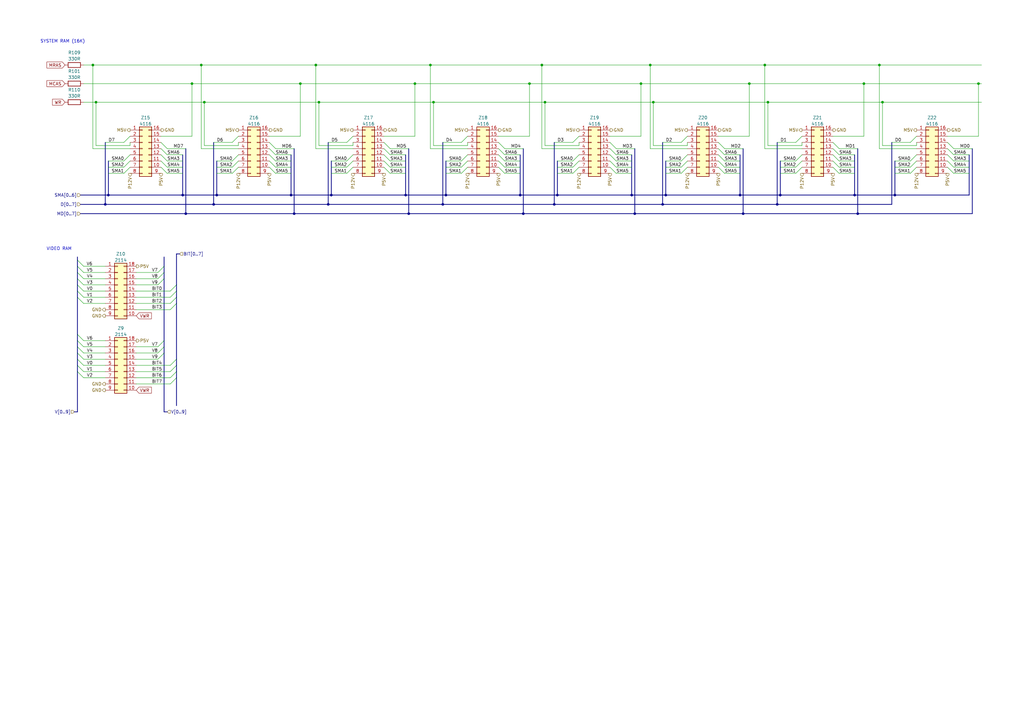
<source format=kicad_sch>
(kicad_sch (version 20221004) (generator eeschema)
  (paper "A3")
  (lib_symbols
    (symbol "Connector_Generic:Conn_02x08_Counter_Clockwise" (pin_names (offset 1.016) hide)
      (property "Reference" "J" (at 1.27 10.16 0))
      (property "Value" "Conn_02x08_Counter_Clockwise" (at 1.27 -12.7 0))
      (symbol "Conn_02x08_Counter_Clockwise_1_1"
        (rectangle (start -1.27 -10.033) (end 0 -10.287) (stroke (width 0.1524)))
        (rectangle (start -1.27 -7.493) (end 0 -7.747) (stroke (width 0.1524)))
        (rectangle (start -1.27 -4.953) (end 0 -5.207) (stroke (width 0.1524)))
        (rectangle (start -1.27 -2.413) (end 0 -2.667) (stroke (width 0.1524)))
        (rectangle (start -1.27 0.127) (end 0 -0.127) (stroke (width 0.1524)))
        (rectangle (start -1.27 2.667) (end 0 2.413) (stroke (width 0.1524)))
        (rectangle (start -1.27 5.207) (end 0 4.953) (stroke (width 0.1524)))
        (rectangle (start -1.27 7.747) (end 0 7.493) (stroke (width 0.1524)))
        (rectangle (start -1.27 8.89) (end 3.81 -11.43) (stroke (width 0.254)) (fill (type background)))
        (rectangle (start 3.81 -10.033) (end 2.54 -10.287) (stroke (width 0.1524)))
        (rectangle (start 3.81 -7.493) (end 2.54 -7.747) (stroke (width 0.1524)))
        (rectangle (start 3.81 -4.953) (end 2.54 -5.207) (stroke (width 0.1524)))
        (rectangle (start 3.81 -2.413) (end 2.54 -2.667) (stroke (width 0.1524)))
        (rectangle (start 3.81 0.127) (end 2.54 -0.127) (stroke (width 0.1524)))
        (rectangle (start 3.81 2.667) (end 2.54 2.413) (stroke (width 0.1524)))
        (rectangle (start 3.81 5.207) (end 2.54 4.953) (stroke (width 0.1524)))
        (rectangle (start 3.81 7.747) (end 2.54 7.493) (stroke (width 0.1524)))
        (pin passive line (at -5.08 7.62 0) (length 3.81) (name "Pin_1") (number "1"))
        (pin passive line (at 7.62 -7.62 180) (length 3.81) (name "Pin_10") (number "10"))
        (pin passive line (at 7.62 -5.08 180) (length 3.81) (name "Pin_11") (number "11"))
        (pin passive line (at 7.62 -2.54 180) (length 3.81) (name "Pin_12") (number "12"))
        (pin passive line (at 7.62 0 180) (length 3.81) (name "Pin_13") (number "13"))
        (pin passive line (at 7.62 2.54 180) (length 3.81) (name "Pin_14") (number "14"))
        (pin passive line (at 7.62 5.08 180) (length 3.81) (name "Pin_15") (number "15"))
        (pin passive line (at 7.62 7.62 180) (length 3.81) (name "Pin_16") (number "16"))
        (pin passive line (at -5.08 5.08 0) (length 3.81) (name "Pin_2") (number "2"))
        (pin passive line (at -5.08 2.54 0) (length 3.81) (name "Pin_3") (number "3"))
        (pin passive line (at -5.08 0 0) (length 3.81) (name "Pin_4") (number "4"))
        (pin passive line (at -5.08 -2.54 0) (length 3.81) (name "Pin_5") (number "5"))
        (pin passive line (at -5.08 -5.08 0) (length 3.81) (name "Pin_6") (number "6"))
        (pin passive line (at -5.08 -7.62 0) (length 3.81) (name "Pin_7") (number "7"))
        (pin passive line (at -5.08 -10.16 0) (length 3.81) (name "Pin_8") (number "8"))
        (pin passive line (at 7.62 -10.16 180) (length 3.81) (name "Pin_9") (number "9"))
      )
    )
    (symbol "Connector_Generic:Conn_02x09_Counter_Clockwise" (pin_names (offset 1.016) hide)
      (property "Reference" "J" (at 1.27 12.7 0))
      (property "Value" "Conn_02x09_Counter_Clockwise" (at 1.27 -12.7 0))
      (symbol "Conn_02x09_Counter_Clockwise_1_1"
        (rectangle (start -1.27 -10.033) (end 0 -10.287) (stroke (width 0.1524)))
        (rectangle (start -1.27 -7.493) (end 0 -7.747) (stroke (width 0.1524)))
        (rectangle (start -1.27 -4.953) (end 0 -5.207) (stroke (width 0.1524)))
        (rectangle (start -1.27 -2.413) (end 0 -2.667) (stroke (width 0.1524)))
        (rectangle (start -1.27 0.127) (end 0 -0.127) (stroke (width 0.1524)))
        (rectangle (start -1.27 2.667) (end 0 2.413) (stroke (width 0.1524)))
        (rectangle (start -1.27 5.207) (end 0 4.953) (stroke (width 0.1524)))
        (rectangle (start -1.27 7.747) (end 0 7.493) (stroke (width 0.1524)))
        (rectangle (start -1.27 10.287) (end 0 10.033) (stroke (width 0.1524)))
        (rectangle (start -1.27 11.43) (end 3.81 -11.43) (stroke (width 0.254)) (fill (type background)))
        (rectangle (start 3.81 -10.033) (end 2.54 -10.287) (stroke (width 0.1524)))
        (rectangle (start 3.81 -7.493) (end 2.54 -7.747) (stroke (width 0.1524)))
        (rectangle (start 3.81 -4.953) (end 2.54 -5.207) (stroke (width 0.1524)))
        (rectangle (start 3.81 -2.413) (end 2.54 -2.667) (stroke (width 0.1524)))
        (rectangle (start 3.81 0.127) (end 2.54 -0.127) (stroke (width 0.1524)))
        (rectangle (start 3.81 2.667) (end 2.54 2.413) (stroke (width 0.1524)))
        (rectangle (start 3.81 5.207) (end 2.54 4.953) (stroke (width 0.1524)))
        (rectangle (start 3.81 7.747) (end 2.54 7.493) (stroke (width 0.1524)))
        (rectangle (start 3.81 10.287) (end 2.54 10.033) (stroke (width 0.1524)))
        (pin passive line (at -5.08 10.16 0) (length 3.81) (name "Pin_1") (number "1"))
        (pin passive line (at 7.62 -10.16 180) (length 3.81) (name "Pin_10") (number "10"))
        (pin passive line (at 7.62 -7.62 180) (length 3.81) (name "Pin_11") (number "11"))
        (pin passive line (at 7.62 -5.08 180) (length 3.81) (name "Pin_12") (number "12"))
        (pin passive line (at 7.62 -2.54 180) (length 3.81) (name "Pin_13") (number "13"))
        (pin passive line (at 7.62 0 180) (length 3.81) (name "Pin_14") (number "14"))
        (pin passive line (at 7.62 2.54 180) (length 3.81) (name "Pin_15") (number "15"))
        (pin passive line (at 7.62 5.08 180) (length 3.81) (name "Pin_16") (number "16"))
        (pin passive line (at 7.62 7.62 180) (length 3.81) (name "Pin_17") (number "17"))
        (pin passive line (at 7.62 10.16 180) (length 3.81) (name "Pin_18") (number "18"))
        (pin passive line (at -5.08 7.62 0) (length 3.81) (name "Pin_2") (number "2"))
        (pin passive line (at -5.08 5.08 0) (length 3.81) (name "Pin_3") (number "3"))
        (pin passive line (at -5.08 2.54 0) (length 3.81) (name "Pin_4") (number "4"))
        (pin passive line (at -5.08 0 0) (length 3.81) (name "Pin_5") (number "5"))
        (pin passive line (at -5.08 -2.54 0) (length 3.81) (name "Pin_6") (number "6"))
        (pin passive line (at -5.08 -5.08 0) (length 3.81) (name "Pin_7") (number "7"))
        (pin passive line (at -5.08 -7.62 0) (length 3.81) (name "Pin_8") (number "8"))
        (pin passive line (at -5.08 -10.16 0) (length 3.81) (name "Pin_9") (number "9"))
      )
    )
    (symbol "Device:R" (pin_numbers hide) (pin_names (offset 0))
      (property "Reference" "R" (at 2.032 0 90))
      (property "Value" "R" (at 0 0 90))
      (symbol "R_0_1"
        (rectangle (start -1.016 -2.54) (end 1.016 2.54) (stroke (width 0.254)))
      )
      (symbol "R_1_1"
        (pin passive line (at 0 3.81 270) (length 1.27) (name "~") (number "1"))
        (pin passive line (at 0 -3.81 90) (length 1.27) (name "~") (number "2"))
      )
    )
  )
  (junction (at 135.89 80.01))
  (junction (at 360.68 26.67))
  (junction (at 260.35 87.63))
  (junction (at 361.95 41.91))
  (junction (at 307.34 34.29))
  (junction (at 83.82 41.91))
  (junction (at 87.63 83.82))
  (junction (at 130.81 41.91))
  (junction (at 123.19 34.29))
  (junction (at 167.64 87.63))
  (junction (at 303.53 80.01))
  (junction (at 43.18 83.82))
  (junction (at 74.93 80.01))
  (junction (at 401.32 34.29))
  (junction (at 129.54 26.67))
  (junction (at 120.65 87.63))
  (junction (at 166.37 80.01))
  (junction (at 217.17 34.29))
  (junction (at 88.9 80.01))
  (junction (at 350.52 80.01))
  (junction (at 223.52 41.91))
  (junction (at 176.53 26.67))
  (junction (at 39.37 41.91))
  (junction (at 170.18 34.29))
  (junction (at 213.36 80.01))
  (junction (at 181.61 83.82))
  (junction (at 259.08 80.01))
  (junction (at 314.96 41.91))
  (junction (at 228.6 80.01))
  (junction (at 82.55 26.67))
  (junction (at 38.1 26.67))
  (junction (at 134.62 83.82))
  (junction (at 304.8 87.63))
  (junction (at 78.74 34.29))
  (junction (at 320.04 80.01))
  (junction (at 271.78 83.82))
  (junction (at 351.79 87.63))
  (junction (at 44.45 80.01))
  (junction (at 227.33 83.82))
  (junction (at 177.8 41.91))
  (junction (at 313.69 26.67))
  (junction (at 76.2 87.63))
  (junction (at 354.33 34.29))
  (junction (at 214.63 87.63))
  (junction (at 182.88 80.01))
  (junction (at 318.77 83.82))
  (junction (at 267.97 41.91))
  (junction (at 266.7 26.67))
  (junction (at 222.25 26.67))
  (junction (at 262.89 34.29))
  (junction (at 273.05 80.01))
  (junction (at 367.03 80.01))
  (junction (at 119.38 80.01))
  (bus_entry (at 157.48 66.04) (size 2.54 2.54))
  (bus_entry (at 69.85 124.46) (size 2.54 -2.54))
  (bus_entry (at 69.85 154.94) (size 2.54 -2.54))
  (bus_entry (at 64.77 147.32) (size 2.54 -2.54))
  (bus_entry (at 31.75 121.92) (size 2.54 2.54))
  (bus_entry (at 189.23 71.12) (size 2.54 -2.54))
  (bus_entry (at 234.95 66.04) (size 2.54 -2.54))
  (bus_entry (at 279.4 68.58) (size 2.54 -2.54))
  (bus_entry (at 66.04 66.04) (size 2.54 2.54))
  (bus_entry (at 157.48 68.58) (size 2.54 2.54))
  (bus_entry (at 388.62 68.58) (size 2.54 2.54))
  (bus_entry (at 64.77 114.3) (size 2.54 -2.54))
  (bus_entry (at 69.85 121.92) (size 2.54 -2.54))
  (bus_entry (at 294.64 68.58) (size 2.54 2.54))
  (bus_entry (at 160.02 60.96) (size -2.54 -2.54))
  (bus_entry (at 204.47 60.96) (size 2.54 2.54))
  (bus_entry (at 234.95 58.42) (size 2.54 -2.54))
  (bus_entry (at 294.64 66.04) (size 2.54 2.54))
  (bus_entry (at 64.77 144.78) (size 2.54 -2.54))
  (bus_entry (at 31.75 147.32) (size 2.54 2.54))
  (bus_entry (at 341.63 63.5) (size 2.54 2.54))
  (bus_entry (at 250.19 63.5) (size 2.54 2.54))
  (bus_entry (at 66.04 60.96) (size 2.54 2.54))
  (bus_entry (at 373.38 68.58) (size 2.54 -2.54))
  (bus_entry (at 250.19 68.58) (size 2.54 2.54))
  (bus_entry (at 31.75 119.38) (size 2.54 2.54))
  (bus_entry (at 113.03 60.96) (size -2.54 -2.54))
  (bus_entry (at 279.4 58.42) (size 2.54 -2.54))
  (bus_entry (at 341.63 60.96) (size 2.54 2.54))
  (bus_entry (at 294.64 63.5) (size 2.54 2.54))
  (bus_entry (at 204.47 63.5) (size 2.54 2.54))
  (bus_entry (at 391.16 60.96) (size -2.54 -2.54))
  (bus_entry (at 279.4 71.12) (size 2.54 -2.54))
  (bus_entry (at 157.48 60.96) (size 2.54 2.54))
  (bus_entry (at 207.01 60.96) (size -2.54 -2.54))
  (bus_entry (at 204.47 66.04) (size 2.54 2.54))
  (bus_entry (at 189.23 68.58) (size 2.54 -2.54))
  (bus_entry (at 50.8 68.58) (size 2.54 -2.54))
  (bus_entry (at 95.25 66.04) (size 2.54 -2.54))
  (bus_entry (at 31.75 149.86) (size 2.54 2.54))
  (bus_entry (at 110.49 60.96) (size 2.54 2.54))
  (bus_entry (at 189.23 58.42) (size 2.54 -2.54))
  (bus_entry (at 31.75 144.78) (size 2.54 2.54))
  (bus_entry (at 326.39 58.42) (size 2.54 -2.54))
  (bus_entry (at 69.85 127) (size 2.54 -2.54))
  (bus_entry (at 142.24 71.12) (size 2.54 -2.54))
  (bus_entry (at 234.95 68.58) (size 2.54 -2.54))
  (bus_entry (at 31.75 139.7) (size 2.54 2.54))
  (bus_entry (at 31.75 116.84) (size 2.54 2.54))
  (bus_entry (at 344.17 60.96) (size -2.54 -2.54))
  (bus_entry (at 95.25 71.12) (size 2.54 -2.54))
  (bus_entry (at 64.77 142.24) (size 2.54 -2.54))
  (bus_entry (at 326.39 71.12) (size 2.54 -2.54))
  (bus_entry (at 31.75 111.76) (size 2.54 2.54))
  (bus_entry (at 31.75 152.4) (size 2.54 2.54))
  (bus_entry (at 68.58 60.96) (size -2.54 -2.54))
  (bus_entry (at 50.8 58.42) (size 2.54 -2.54))
  (bus_entry (at 64.77 116.84) (size 2.54 -2.54))
  (bus_entry (at 252.73 60.96) (size -2.54 -2.54))
  (bus_entry (at 326.39 68.58) (size 2.54 -2.54))
  (bus_entry (at 204.47 68.58) (size 2.54 2.54))
  (bus_entry (at 388.62 66.04) (size 2.54 2.54))
  (bus_entry (at 31.75 114.3) (size 2.54 2.54))
  (bus_entry (at 64.77 111.76) (size 2.54 -2.54))
  (bus_entry (at 388.62 60.96) (size 2.54 2.54))
  (bus_entry (at 50.8 66.04) (size 2.54 -2.54))
  (bus_entry (at 297.18 60.96) (size -2.54 -2.54))
  (bus_entry (at 373.38 58.42) (size 2.54 -2.54))
  (bus_entry (at 31.75 109.22) (size 2.54 2.54))
  (bus_entry (at 66.04 68.58) (size 2.54 2.54))
  (bus_entry (at 373.38 66.04) (size 2.54 -2.54))
  (bus_entry (at 142.24 58.42) (size 2.54 -2.54))
  (bus_entry (at 142.24 66.04) (size 2.54 -2.54))
  (bus_entry (at 110.49 68.58) (size 2.54 2.54))
  (bus_entry (at 234.95 71.12) (size 2.54 -2.54))
  (bus_entry (at 95.25 68.58) (size 2.54 -2.54))
  (bus_entry (at 66.04 63.5) (size 2.54 2.54))
  (bus_entry (at 69.85 152.4) (size 2.54 -2.54))
  (bus_entry (at 189.23 66.04) (size 2.54 -2.54))
  (bus_entry (at 69.85 149.86) (size 2.54 -2.54))
  (bus_entry (at 373.38 71.12) (size 2.54 -2.54))
  (bus_entry (at 157.48 63.5) (size 2.54 2.54))
  (bus_entry (at 95.25 58.42) (size 2.54 -2.54))
  (bus_entry (at 294.64 60.96) (size 2.54 2.54))
  (bus_entry (at 341.63 68.58) (size 2.54 2.54))
  (bus_entry (at 110.49 66.04) (size 2.54 2.54))
  (bus_entry (at 341.63 66.04) (size 2.54 2.54))
  (bus_entry (at 250.19 66.04) (size 2.54 2.54))
  (bus_entry (at 250.19 60.96) (size 2.54 2.54))
  (bus_entry (at 31.75 142.24) (size 2.54 2.54))
  (bus_entry (at 142.24 68.58) (size 2.54 -2.54))
  (bus_entry (at 326.39 66.04) (size 2.54 -2.54))
  (bus_entry (at 50.8 71.12) (size 2.54 -2.54))
  (bus_entry (at 110.49 63.5) (size 2.54 2.54))
  (bus_entry (at 31.75 137.16) (size 2.54 2.54))
  (bus_entry (at 31.75 106.68) (size 2.54 2.54))
  (bus_entry (at 279.4 66.04) (size 2.54 -2.54))
  (bus_entry (at 69.85 157.48) (size 2.54 -2.54))
  (bus_entry (at 69.85 119.38) (size 2.54 -2.54))
  (bus_entry (at 388.62 63.5) (size 2.54 2.54))
  (wire (pts (xy 44.45 71.12) (xy 50.8 71.12)))
  (wire (pts (xy 34.29 121.92) (xy 43.18 121.92)))
  (wire (pts (xy 144.78 58.42) (xy 144.78 59.69)))
  (wire (pts (xy 34.29 152.4) (xy 43.18 152.4)))
  (bus (pts (xy 351.79 60.96) (xy 351.79 87.63)))
  (bus (pts (xy 351.79 87.63) (xy 304.8 87.63)))
  (wire (pts (xy 207.01 60.96) (xy 214.63 60.96)))
  (wire (pts (xy 55.88 149.86) (xy 69.85 149.86)))
  (wire (pts (xy 313.69 26.67) (xy 313.69 60.96)))
  (bus (pts (xy 318.77 83.82) (xy 271.78 83.82)))
  (wire (pts (xy 223.52 41.91) (xy 223.52 59.69)))
  (wire (pts (xy 344.17 71.12) (xy 350.52 71.12)))
  (wire (pts (xy 68.58 63.5) (xy 74.93 63.5)))
  (wire (pts (xy 68.58 66.04) (xy 74.93 66.04)))
  (wire (pts (xy 55.88 157.48) (xy 69.85 157.48)))
  (wire (pts (xy 266.7 60.96) (xy 281.94 60.96)))
  (wire (pts (xy 44.45 66.04) (xy 50.8 66.04)))
  (wire (pts (xy 39.37 41.91) (xy 39.37 59.69)))
  (wire (pts (xy 344.17 60.96) (xy 351.79 60.96)))
  (wire (pts (xy 55.88 124.46) (xy 69.85 124.46)))
  (wire (pts (xy 129.54 26.67) (xy 176.53 26.67)))
  (bus (pts (xy 213.36 80.01) (xy 228.6 80.01)))
  (bus (pts (xy 398.78 60.96) (xy 398.78 87.63)))
  (bus (pts (xy 43.18 83.82) (xy 33.02 83.82)))
  (bus (pts (xy 31.75 116.84) (xy 31.75 119.38)))
  (wire (pts (xy 297.18 60.96) (xy 304.8 60.96)))
  (wire (pts (xy 222.25 26.67) (xy 222.25 60.96)))
  (wire (pts (xy 313.69 26.67) (xy 360.68 26.67)))
  (wire (pts (xy 252.73 60.96) (xy 260.35 60.96)))
  (wire (pts (xy 34.29 26.67) (xy 38.1 26.67)))
  (wire (pts (xy 135.89 68.58) (xy 142.24 68.58)))
  (bus (pts (xy 31.75 111.76) (xy 31.75 114.3)))
  (wire (pts (xy 177.8 59.69) (xy 191.77 59.69)))
  (wire (pts (xy 320.04 71.12) (xy 326.39 71.12)))
  (wire (pts (xy 55.88 116.84) (xy 64.77 116.84)))
  (wire (pts (xy 55.88 114.3) (xy 64.77 114.3)))
  (wire (pts (xy 252.73 63.5) (xy 259.08 63.5)))
  (wire (pts (xy 273.05 66.04) (xy 279.4 66.04)))
  (wire (pts (xy 267.97 59.69) (xy 281.94 59.69)))
  (bus (pts (xy 73.66 104.14) (xy 72.39 104.14)))
  (bus (pts (xy 31.75 149.86) (xy 31.75 152.4)))
  (wire (pts (xy 160.02 66.04) (xy 166.37 66.04)))
  (wire (pts (xy 34.29 142.24) (xy 43.18 142.24)))
  (wire (pts (xy 34.29 116.84) (xy 43.18 116.84)))
  (bus (pts (xy 228.6 66.04) (xy 228.6 80.01)))
  (bus (pts (xy 87.63 58.42) (xy 87.63 83.82)))
  (wire (pts (xy 375.92 58.42) (xy 375.92 59.69)))
  (wire (pts (xy 82.55 60.96) (xy 97.79 60.96)))
  (wire (pts (xy 135.89 71.12) (xy 142.24 71.12)))
  (bus (pts (xy 76.2 87.63) (xy 33.02 87.63)))
  (wire (pts (xy 314.96 59.69) (xy 328.93 59.69)))
  (bus (pts (xy 67.31 109.22) (xy 67.31 111.76)))
  (wire (pts (xy 182.88 68.58) (xy 189.23 68.58)))
  (wire (pts (xy 34.29 154.94) (xy 43.18 154.94)))
  (wire (pts (xy 297.18 68.58) (xy 303.53 68.58)))
  (wire (pts (xy 204.47 55.88) (xy 217.17 55.88)))
  (wire (pts (xy 129.54 26.67) (xy 129.54 60.96)))
  (wire (pts (xy 176.53 26.67) (xy 176.53 60.96)))
  (wire (pts (xy 34.29 139.7) (xy 43.18 139.7)))
  (bus (pts (xy 135.89 80.01) (xy 166.37 80.01)))
  (wire (pts (xy 365.76 58.42) (xy 373.38 58.42)))
  (bus (pts (xy 72.39 116.84) (xy 72.39 119.38)))
  (wire (pts (xy 266.7 26.67) (xy 313.69 26.67)))
  (wire (pts (xy 191.77 58.42) (xy 191.77 59.69)))
  (bus (pts (xy 271.78 83.82) (xy 227.33 83.82)))
  (wire (pts (xy 281.94 58.42) (xy 281.94 59.69)))
  (wire (pts (xy 297.18 63.5) (xy 303.53 63.5)))
  (wire (pts (xy 83.82 41.91) (xy 130.81 41.91)))
  (wire (pts (xy 55.88 154.94) (xy 69.85 154.94)))
  (bus (pts (xy 31.75 144.78) (xy 31.75 147.32)))
  (bus (pts (xy 260.35 60.96) (xy 260.35 87.63)))
  (wire (pts (xy 170.18 34.29) (xy 170.18 55.88)))
  (wire (pts (xy 44.45 68.58) (xy 50.8 68.58)))
  (wire (pts (xy 182.88 71.12) (xy 189.23 71.12)))
  (bus (pts (xy 259.08 80.01) (xy 273.05 80.01)))
  (wire (pts (xy 207.01 68.58) (xy 213.36 68.58)))
  (wire (pts (xy 267.97 41.91) (xy 314.96 41.91)))
  (bus (pts (xy 43.18 58.42) (xy 43.18 83.82)))
  (wire (pts (xy 207.01 66.04) (xy 213.36 66.04)))
  (wire (pts (xy 401.32 34.29) (xy 402.59 34.29)))
  (wire (pts (xy 87.63 58.42) (xy 95.25 58.42)))
  (wire (pts (xy 262.89 34.29) (xy 262.89 55.88)))
  (wire (pts (xy 34.29 147.32) (xy 43.18 147.32)))
  (wire (pts (xy 313.69 60.96) (xy 328.93 60.96)))
  (bus (pts (xy 72.39 121.92) (xy 72.39 124.46)))
  (wire (pts (xy 38.1 26.67) (xy 38.1 60.96)))
  (bus (pts (xy 31.75 142.24) (xy 31.75 144.78)))
  (wire (pts (xy 88.9 71.12) (xy 95.25 71.12)))
  (wire (pts (xy 361.95 41.91) (xy 361.95 59.69)))
  (bus (pts (xy 182.88 80.01) (xy 213.36 80.01)))
  (wire (pts (xy 113.03 71.12) (xy 119.38 71.12)))
  (bus (pts (xy 214.63 87.63) (xy 167.64 87.63)))
  (bus (pts (xy 72.39 154.94) (xy 72.39 166.37)))
  (wire (pts (xy 297.18 71.12) (xy 303.53 71.12)))
  (wire (pts (xy 170.18 34.29) (xy 217.17 34.29)))
  (bus (pts (xy 67.31 114.3) (xy 67.31 139.7)))
  (wire (pts (xy 344.17 68.58) (xy 350.52 68.58)))
  (wire (pts (xy 134.62 58.42) (xy 142.24 58.42)))
  (wire (pts (xy 157.48 55.88) (xy 170.18 55.88)))
  (wire (pts (xy 55.88 152.4) (xy 69.85 152.4)))
  (wire (pts (xy 38.1 60.96) (xy 53.34 60.96)))
  (wire (pts (xy 307.34 34.29) (xy 307.34 55.88)))
  (wire (pts (xy 34.29 109.22) (xy 43.18 109.22)))
  (bus (pts (xy 271.78 58.42) (xy 271.78 83.82)))
  (wire (pts (xy 207.01 71.12) (xy 213.36 71.12)))
  (bus (pts (xy 31.75 152.4) (xy 31.75 168.91)))
  (bus (pts (xy 72.39 119.38) (xy 72.39 121.92)))
  (bus (pts (xy 67.31 144.78) (xy 67.31 168.91)))
  (wire (pts (xy 88.9 66.04) (xy 95.25 66.04)))
  (wire (pts (xy 367.03 68.58) (xy 373.38 68.58)))
  (bus (pts (xy 31.75 147.32) (xy 31.75 149.86)))
  (wire (pts (xy 135.89 66.04) (xy 142.24 66.04)))
  (wire (pts (xy 113.03 68.58) (xy 119.38 68.58)))
  (wire (pts (xy 53.34 58.42) (xy 53.34 59.69)))
  (bus (pts (xy 134.62 58.42) (xy 134.62 83.82)))
  (bus (pts (xy 88.9 80.01) (xy 119.38 80.01)))
  (bus (pts (xy 44.45 80.01) (xy 74.93 80.01)))
  (bus (pts (xy 67.31 142.24) (xy 67.31 144.78)))
  (bus (pts (xy 120.65 87.63) (xy 76.2 87.63)))
  (wire (pts (xy 129.54 60.96) (xy 144.78 60.96)))
  (bus (pts (xy 31.75 109.22) (xy 31.75 111.76)))
  (wire (pts (xy 217.17 34.29) (xy 262.89 34.29)))
  (bus (pts (xy 273.05 66.04) (xy 273.05 80.01)))
  (wire (pts (xy 367.03 66.04) (xy 373.38 66.04)))
  (bus (pts (xy 365.76 58.42) (xy 365.76 83.82)))
  (wire (pts (xy 68.58 68.58) (xy 74.93 68.58)))
  (bus (pts (xy 31.75 137.16) (xy 31.75 139.7)))
  (bus (pts (xy 74.93 80.01) (xy 88.9 80.01)))
  (wire (pts (xy 55.88 147.32) (xy 64.77 147.32)))
  (wire (pts (xy 320.04 66.04) (xy 326.39 66.04)))
  (bus (pts (xy 31.75 119.38) (xy 31.75 121.92)))
  (wire (pts (xy 267.97 41.91) (xy 267.97 59.69)))
  (wire (pts (xy 34.29 144.78) (xy 43.18 144.78)))
  (wire (pts (xy 38.1 26.67) (xy 82.55 26.67)))
  (bus (pts (xy 67.31 105.41) (xy 67.31 109.22)))
  (bus (pts (xy 398.78 87.63) (xy 351.79 87.63)))
  (wire (pts (xy 223.52 59.69) (xy 237.49 59.69)))
  (wire (pts (xy 391.16 71.12) (xy 397.51 71.12)))
  (wire (pts (xy 223.52 41.91) (xy 267.97 41.91)))
  (wire (pts (xy 176.53 60.96) (xy 191.77 60.96)))
  (bus (pts (xy 119.38 63.5) (xy 119.38 80.01)))
  (wire (pts (xy 68.58 60.96) (xy 76.2 60.96)))
  (wire (pts (xy 55.88 119.38) (xy 69.85 119.38)))
  (bus (pts (xy 31.75 105.41) (xy 31.75 106.68)))
  (bus (pts (xy 273.05 80.01) (xy 303.53 80.01)))
  (wire (pts (xy 361.95 41.91) (xy 402.59 41.91)))
  (wire (pts (xy 388.62 55.88) (xy 401.32 55.88)))
  (bus (pts (xy 167.64 87.63) (xy 120.65 87.63)))
  (wire (pts (xy 130.81 41.91) (xy 177.8 41.91)))
  (wire (pts (xy 344.17 63.5) (xy 350.52 63.5)))
  (wire (pts (xy 314.96 41.91) (xy 314.96 59.69)))
  (wire (pts (xy 217.17 34.29) (xy 217.17 55.88)))
  (wire (pts (xy 360.68 26.67) (xy 360.68 60.96)))
  (wire (pts (xy 83.82 59.69) (xy 97.79 59.69)))
  (wire (pts (xy 252.73 66.04) (xy 259.08 66.04)))
  (bus (pts (xy 30.48 168.91) (xy 31.75 168.91)))
  (wire (pts (xy 113.03 66.04) (xy 119.38 66.04)))
  (wire (pts (xy 130.81 41.91) (xy 130.81 59.69)))
  (bus (pts (xy 260.35 87.63) (xy 214.63 87.63)))
  (bus (pts (xy 304.8 87.63) (xy 260.35 87.63)))
  (wire (pts (xy 273.05 71.12) (xy 279.4 71.12)))
  (wire (pts (xy 176.53 26.67) (xy 222.25 26.67)))
  (wire (pts (xy 294.64 55.88) (xy 307.34 55.88)))
  (wire (pts (xy 43.18 58.42) (xy 50.8 58.42)))
  (wire (pts (xy 391.16 66.04) (xy 397.51 66.04)))
  (wire (pts (xy 271.78 58.42) (xy 279.4 58.42)))
  (wire (pts (xy 354.33 34.29) (xy 401.32 34.29)))
  (bus (pts (xy 303.53 80.01) (xy 320.04 80.01)))
  (wire (pts (xy 55.88 121.92) (xy 69.85 121.92)))
  (bus (pts (xy 318.77 58.42) (xy 318.77 83.82)))
  (bus (pts (xy 31.75 139.7) (xy 31.75 142.24)))
  (bus (pts (xy 367.03 66.04) (xy 367.03 80.01)))
  (wire (pts (xy 113.03 63.5) (xy 119.38 63.5)))
  (bus (pts (xy 182.88 66.04) (xy 182.88 80.01)))
  (bus (pts (xy 227.33 83.82) (xy 181.61 83.82)))
  (bus (pts (xy 67.31 139.7) (xy 67.31 142.24)))
  (bus (pts (xy 119.38 80.01) (xy 135.89 80.01)))
  (bus (pts (xy 303.53 63.5) (xy 303.53 80.01)))
  (wire (pts (xy 273.05 68.58) (xy 279.4 68.58)))
  (wire (pts (xy 361.95 59.69) (xy 375.92 59.69)))
  (wire (pts (xy 34.29 111.76) (xy 43.18 111.76)))
  (wire (pts (xy 228.6 71.12) (xy 234.95 71.12)))
  (wire (pts (xy 113.03 60.96) (xy 120.65 60.96)))
  (wire (pts (xy 391.16 60.96) (xy 398.78 60.96)))
  (bus (pts (xy 31.75 106.68) (xy 31.75 109.22)))
  (wire (pts (xy 34.29 34.29) (xy 78.74 34.29)))
  (wire (pts (xy 82.55 26.67) (xy 129.54 26.67)))
  (bus (pts (xy 350.52 80.01) (xy 367.03 80.01)))
  (wire (pts (xy 262.89 34.29) (xy 307.34 34.29)))
  (wire (pts (xy 88.9 68.58) (xy 95.25 68.58)))
  (bus (pts (xy 134.62 83.82) (xy 87.63 83.82)))
  (wire (pts (xy 252.73 68.58) (xy 259.08 68.58)))
  (bus (pts (xy 181.61 58.42) (xy 181.61 83.82)))
  (wire (pts (xy 354.33 34.29) (xy 354.33 55.88)))
  (wire (pts (xy 320.04 68.58) (xy 326.39 68.58)))
  (wire (pts (xy 266.7 26.67) (xy 266.7 60.96)))
  (wire (pts (xy 160.02 71.12) (xy 166.37 71.12)))
  (bus (pts (xy 227.33 58.42) (xy 227.33 83.82)))
  (bus (pts (xy 67.31 111.76) (xy 67.31 114.3)))
  (wire (pts (xy 55.88 127) (xy 69.85 127)))
  (wire (pts (xy 328.93 58.42) (xy 328.93 59.69)))
  (wire (pts (xy 34.29 149.86) (xy 43.18 149.86)))
  (wire (pts (xy 160.02 60.96) (xy 167.64 60.96)))
  (bus (pts (xy 67.31 168.91) (xy 68.58 168.91)))
  (bus (pts (xy 397.51 63.5) (xy 397.51 80.01)))
  (bus (pts (xy 320.04 80.01) (xy 350.52 80.01)))
  (wire (pts (xy 34.29 114.3) (xy 43.18 114.3)))
  (wire (pts (xy 222.25 26.67) (xy 266.7 26.67)))
  (bus (pts (xy 72.39 147.32) (xy 72.39 149.86)))
  (bus (pts (xy 72.39 149.86) (xy 72.39 152.4)))
  (wire (pts (xy 318.77 58.42) (xy 326.39 58.42)))
  (wire (pts (xy 250.19 55.88) (xy 262.89 55.88)))
  (bus (pts (xy 213.36 63.5) (xy 213.36 80.01)))
  (bus (pts (xy 320.04 66.04) (xy 320.04 80.01)))
  (wire (pts (xy 401.32 34.29) (xy 401.32 55.88)))
  (wire (pts (xy 97.79 58.42) (xy 97.79 59.69)))
  (bus (pts (xy 167.64 60.96) (xy 167.64 87.63)))
  (wire (pts (xy 160.02 68.58) (xy 166.37 68.58)))
  (bus (pts (xy 31.75 121.92) (xy 31.75 137.16)))
  (bus (pts (xy 304.8 60.96) (xy 304.8 87.63)))
  (wire (pts (xy 228.6 68.58) (xy 234.95 68.58)))
  (wire (pts (xy 130.81 59.69) (xy 144.78 59.69)))
  (wire (pts (xy 55.88 142.24) (xy 64.77 142.24)))
  (wire (pts (xy 228.6 66.04) (xy 234.95 66.04)))
  (wire (pts (xy 307.34 34.29) (xy 354.33 34.29)))
  (bus (pts (xy 166.37 80.01) (xy 182.88 80.01)))
  (wire (pts (xy 227.33 58.42) (xy 234.95 58.42)))
  (wire (pts (xy 344.17 66.04) (xy 350.52 66.04)))
  (bus (pts (xy 44.45 66.04) (xy 44.45 80.01)))
  (bus (pts (xy 74.93 63.5) (xy 74.93 80.01)))
  (bus (pts (xy 87.63 83.82) (xy 43.18 83.82)))
  (wire (pts (xy 360.68 26.67) (xy 402.59 26.67)))
  (wire (pts (xy 34.29 41.91) (xy 39.37 41.91)))
  (bus (pts (xy 214.63 60.96) (xy 214.63 87.63)))
  (wire (pts (xy 177.8 41.91) (xy 177.8 59.69)))
  (wire (pts (xy 34.29 119.38) (xy 43.18 119.38)))
  (bus (pts (xy 350.52 63.5) (xy 350.52 80.01)))
  (wire (pts (xy 34.29 124.46) (xy 43.18 124.46)))
  (wire (pts (xy 160.02 63.5) (xy 166.37 63.5)))
  (wire (pts (xy 314.96 41.91) (xy 361.95 41.91)))
  (bus (pts (xy 365.76 83.82) (xy 318.77 83.82)))
  (bus (pts (xy 72.39 124.46) (xy 72.39 147.32)))
  (wire (pts (xy 237.49 58.42) (xy 237.49 59.69)))
  (bus (pts (xy 120.65 60.96) (xy 120.65 87.63)))
  (wire (pts (xy 78.74 34.29) (xy 123.19 34.29)))
  (bus (pts (xy 88.9 66.04) (xy 88.9 80.01)))
  (wire (pts (xy 177.8 41.91) (xy 223.52 41.91)))
  (bus (pts (xy 228.6 80.01) (xy 259.08 80.01)))
  (bus (pts (xy 33.02 80.01) (xy 44.45 80.01)))
  (wire (pts (xy 360.68 60.96) (xy 375.92 60.96)))
  (bus (pts (xy 166.37 63.5) (xy 166.37 80.01)))
  (wire (pts (xy 123.19 34.29) (xy 170.18 34.29)))
  (wire (pts (xy 83.82 41.91) (xy 83.82 59.69)))
  (wire (pts (xy 182.88 66.04) (xy 189.23 66.04)))
  (bus (pts (xy 76.2 60.96) (xy 76.2 87.63)))
  (wire (pts (xy 123.19 34.29) (xy 123.19 55.88)))
  (wire (pts (xy 222.25 60.96) (xy 237.49 60.96)))
  (wire (pts (xy 110.49 55.88) (xy 123.19 55.88)))
  (bus (pts (xy 31.75 114.3) (xy 31.75 116.84)))
  (wire (pts (xy 82.55 26.67) (xy 82.55 60.96)))
  (wire (pts (xy 297.18 66.04) (xy 303.53 66.04)))
  (wire (pts (xy 55.88 144.78) (xy 64.77 144.78)))
  (bus (pts (xy 259.08 63.5) (xy 259.08 80.01)))
  (bus (pts (xy 181.61 83.82) (xy 134.62 83.82)))
  (wire (pts (xy 367.03 71.12) (xy 373.38 71.12)))
  (bus (pts (xy 72.39 104.14) (xy 72.39 116.84)))
  (wire (pts (xy 55.88 111.76) (xy 64.77 111.76)))
  (wire (pts (xy 78.74 34.29) (xy 78.74 55.88)))
  (wire (pts (xy 39.37 59.69) (xy 53.34 59.69)))
  (wire (pts (xy 68.58 71.12) (xy 74.93 71.12)))
  (bus (pts (xy 367.03 80.01) (xy 397.51 80.01)))
  (wire (pts (xy 39.37 41.91) (xy 83.82 41.91)))
  (wire (pts (xy 391.16 68.58) (xy 397.51 68.58)))
  (wire (pts (xy 391.16 63.5) (xy 397.51 63.5)))
  (wire (pts (xy 341.63 55.88) (xy 354.33 55.88)))
  (bus (pts (xy 72.39 152.4) (xy 72.39 154.94)))
  (wire (pts (xy 66.04 55.88) (xy 78.74 55.88)))
  (wire (pts (xy 181.61 58.42) (xy 189.23 58.42)))
  (wire (pts (xy 207.01 63.5) (xy 213.36 63.5)))
  (bus (pts (xy 135.89 66.04) (xy 135.89 80.01)))
  (wire (pts (xy 252.73 71.12) (xy 259.08 71.12)))
  (text "SYSTEM RAM (16K)" (at 16.51 17.78 0) (effects (font (size 1.27 1.27)) (justify left bottom)))
  (text "VIDEO RAM" (at 19.05 102.87 0) (effects (font (size 1.27 1.27)) (justify left bottom)))
  (label "SMA6" (at 297.18 63.5 0))
  (label "SMA1" (at 229.87 71.12 0))
  (label "SMA4" (at 207.01 68.58 0))
  (label "V1" (at 35.56 152.4 0))
  (label "SMA3" (at 252.73 66.04 0))
  (label "SMA3" (at 68.58 66.04 0))
  (label "SMA5" (at 160.02 71.12 0))
  (label "V4" (at 35.56 144.78 0))
  (label "SMA0" (at 321.31 66.04 0))
  (label "SMA0" (at 137.16 66.04 0))
  (label "SMA0" (at 184.15 66.04 0))
  (label "SMA5" (at 391.16 71.12 0))
  (label "SMA2" (at 45.72 68.58 0))
  (label "D5" (at 135.89 58.42 0))
  (label "V7" (at 62.23 111.76 0))
  (label "SMA2" (at 90.17 68.58 0))
  (label "MD1" (at 346.71 60.96 0))
  (label "SMA1" (at 90.17 71.12 0))
  (label "SMA2" (at 229.87 68.58 0))
  (label "V9" (at 62.23 147.32 0))
  (label "BIT7" (at 62.23 157.48 0))
  (label "MD7" (at 71.12 60.96 0))
  (label "V8" (at 62.23 144.78 0))
  (label "BIT3" (at 62.23 127 0))
  (label "SMA4" (at 297.18 68.58 0))
  (label "V1" (at 35.56 121.92 0))
  (label "SMA3" (at 391.16 66.04 0))
  (label "SMA1" (at 368.3 71.12 0))
  (label "D2" (at 273.05 58.42 0))
  (label "V6" (at 35.4535 109.22 0))
  (label "MD2" (at 299.72 60.96 0))
  (label "MD3" (at 255.27 60.96 0))
  (label "SMA5" (at 252.73 71.12 0))
  (label "V0" (at 35.56 149.86 0))
  (label "BIT1" (at 62.23 121.92 0))
  (label "V5" (at 35.56 111.76 0))
  (label "SMA1" (at 45.72 71.12 0))
  (label "SMA4" (at 391.16 68.58 0))
  (label "V3" (at 35.56 147.32 0))
  (label "BIT6" (at 62.23 154.94 0))
  (label "SMA6" (at 68.58 63.5 0))
  (label "D0" (at 367.03 58.42 0))
  (label "BIT0" (at 62.23 119.38 0))
  (label "SMA1" (at 274.32 71.12 0))
  (label "MD4" (at 209.55 60.96 0))
  (label "BIT4" (at 62.23 149.86 0))
  (label "V7" (at 62.23 142.24 0))
  (label "SMA1" (at 137.16 71.12 0))
  (label "SMA6" (at 207.01 63.5 0))
  (label "D4" (at 182.88 58.42 0))
  (label "V6" (at 35.56 139.7 0))
  (label "V3" (at 35.56 116.84 0))
  (label "MD6" (at 115.57 60.96 0))
  (label "SMA6" (at 344.17 63.5 0))
  (label "D7" (at 44.45 58.42 0))
  (label "SMA4" (at 252.73 68.58 0))
  (label "SMA0" (at 90.17 66.04 0))
  (label "SMA4" (at 344.17 68.58 0))
  (label "D6" (at 88.9 58.42 0))
  (label "SMA3" (at 297.18 66.04 0))
  (label "SMA1" (at 321.31 71.12 0))
  (label "SMA2" (at 184.15 68.58 0))
  (label "SMA0" (at 229.87 66.04 0))
  (label "SMA0" (at 274.32 66.04 0))
  (label "V8" (at 62.23 114.3 0))
  (label "SMA2" (at 368.3 68.58 0))
  (label "SMA5" (at 344.17 71.12 0))
  (label "BIT5" (at 62.23 152.4 0))
  (label "SMA5" (at 68.58 71.12 0))
  (label "SMA4" (at 68.58 68.58 0))
  (label "SMA2" (at 321.31 68.58 0))
  (label "D3" (at 228.6 58.42 0))
  (label "SMA3" (at 160.02 66.04 0))
  (label "V5" (at 35.56 142.24 0))
  (label "BIT2" (at 62.23 124.46 0))
  (label "SMA6" (at 113.03 63.5 0))
  (label "SMA4" (at 160.02 68.58 0))
  (label "MD0" (at 393.7 60.96 0))
  (label "V2" (at 35.56 124.46 0))
  (label "SMA6" (at 252.73 63.5 0))
  (label "D1" (at 320.04 58.42 0))
  (label "SMA1" (at 184.15 71.12 0))
  (label "V4" (at 35.56 114.3 0))
  (label "V2" (at 35.56 154.94 0))
  (label "SMA5" (at 297.18 71.12 0))
  (label "SMA3" (at 207.01 66.04 0))
  (label "SMA5" (at 113.03 71.12 0))
  (label "SMA6" (at 391.16 63.5 0))
  (label "SMA4" (at 113.03 68.58 0))
  (label "SMA0" (at 45.72 66.04 0))
  (label "SMA0" (at 368.3 66.04 0))
  (label "SMA3" (at 113.03 66.04 0))
  (label "SMA6" (at 160.02 63.5 0))
  (label "V0" (at 35.56 119.38 0))
  (label "V9" (at 62.23 116.84 0))
  (label "MD5" (at 162.56 60.96 0))
  (label "SMA2" (at 137.16 68.58 0))
  (label "SMA2" (at 274.32 68.58 0))
  (label "SMA5" (at 207.01 71.12 0))
  (label "SMA3" (at 344.17 66.04 0))
  (global_label "VWR" (shape input) (at 55.88 160.02 0) (property "Intersheetrefs" "${INTERSHEET_REFS}" (effects hide)))
  (global_label "MCAS" (shape input) (at 26.67 34.29 180) (property "Intersheetrefs" "${INTERSHEET_REFS}" (effects hide)))
  (global_label "WR" (shape input) (at 26.67 41.91 180) (property "Intersheetrefs" "${INTERSHEET_REFS}" (effects hide)))
  (global_label "VWR" (shape input) (at 55.88 129.54 0) (property "Intersheetrefs" "${INTERSHEET_REFS}" (effects hide)))
  (global_label "MRAS" (shape input) (at 26.67 26.67 180) (property "Intersheetrefs" "${INTERSHEET_REFS}" (effects hide)))
  (hierarchical_label "P5V" (shape output) (at 55.88 109.22 0))
  (hierarchical_label "P12V" (shape output) (at 191.77 71.12 270))
  (hierarchical_label "GND" (shape output) (at 250.19 53.34 0))
  (hierarchical_label "P12V" (shape output) (at 237.49 71.12 270))
  (hierarchical_label "M5V" (shape output) (at 237.49 53.34 180))
  (hierarchical_label "M5V" (shape output) (at 328.93 53.34 180))
  (hierarchical_label "GND" (shape output) (at 66.04 53.34 0))
  (hierarchical_label "GND" (shape output) (at 43.18 160.02 180))
  (hierarchical_label "GND" (shape output) (at 43.18 157.48 180))
  (hierarchical_label "V[0..9]" (shape input) (at 68.58 168.91 0))
  (hierarchical_label "P5V" (shape output) (at 66.04 71.12 270))
  (hierarchical_label "GND" (shape output) (at 294.64 53.34 0))
  (hierarchical_label "P5V" (shape output) (at 388.62 71.12 270))
  (hierarchical_label "P12V" (shape output) (at 53.34 71.12 270))
  (hierarchical_label "P5V" (shape output) (at 341.63 71.12 270))
  (hierarchical_label "V[0..9]" (shape input) (at 30.48 168.91 180))
  (hierarchical_label "GND" (shape output) (at 110.49 53.34 0))
  (hierarchical_label "BIT[0..7]" (shape input) (at 73.66 104.14 0))
  (hierarchical_label "P12V" (shape output) (at 281.94 71.12 270))
  (hierarchical_label "M5V" (shape output) (at 191.77 53.34 180))
  (hierarchical_label "GND" (shape output) (at 341.63 53.34 0))
  (hierarchical_label "M5V" (shape output) (at 97.79 53.34 180))
  (hierarchical_label "D[0..7]" (shape input) (at 33.02 83.82 180))
  (hierarchical_label "M5V" (shape output) (at 144.78 53.34 180))
  (hierarchical_label "M5V" (shape output) (at 281.94 53.34 180))
  (hierarchical_label "P12V" (shape output) (at 375.92 71.12 270))
  (hierarchical_label "SMA[0..6]" (shape input) (at 33.02 80.01 180))
  (hierarchical_label "M5V" (shape output) (at 53.34 53.34 180))
  (hierarchical_label "GND" (shape output) (at 388.62 53.34 0))
  (hierarchical_label "M5V" (shape output) (at 375.92 53.34 180))
  (hierarchical_label "P5V" (shape output) (at 294.64 71.12 270))
  (hierarchical_label "P5V" (shape output) (at 204.47 71.12 270))
  (hierarchical_label "GND" (shape output) (at 43.18 129.54 180))
  (hierarchical_label "GND" (shape output) (at 43.18 127 180))
  (hierarchical_label "P5V" (shape output) (at 157.48 71.12 270))
  (hierarchical_label "P12V" (shape output) (at 144.78 71.12 270))
  (hierarchical_label "GND" (shape output) (at 157.48 53.34 0))
  (hierarchical_label "P5V" (shape output) (at 110.49 71.12 270))
  (hierarchical_label "GND" (shape output) (at 204.47 53.34 0))
  (hierarchical_label "P12V" (shape output) (at 328.93 71.12 270))
  (hierarchical_label "P5V" (shape output) (at 250.19 71.12 270))
  (hierarchical_label "P12V" (shape output) (at 97.79 71.12 270))
  (hierarchical_label "MD[0..7]" (shape input) (at 33.02 87.63 180))
  (hierarchical_label "P5V" (shape output) (at 55.88 139.7 0))
  (symbol (lib_id "Connector_Generic:Conn_02x08_Counter_Clockwise") (at 381 60.96 0) (unit 1)
    (property "Reference" "Z22" (at 382.27 48.26 0))
    (property "Value" "4116" (at 382.27 50.8 0))
    (property "Footprint" "Package_DIP:DIP-16_W7.62mm" (effects hide))
  )
  (symbol (lib_id "Connector_Generic:Conn_02x08_Counter_Clockwise") (at 149.86 60.96 0) (unit 1)
    (property "Reference" "Z17" (at 151.13 48.26 0))
    (property "Value" "4116" (at 151.13 50.8 0))
    (property "Footprint" "Package_DIP:DIP-16_W7.62mm" (effects hide))
  )
  (symbol (lib_id "Connector_Generic:Conn_02x09_Counter_Clockwise") (at 48.26 149.86 0) (unit 1)
    (property "Reference" "Z9" (at 49.53 134.62 0))
    (property "Value" "2114" (at 49.53 137.16 0))
    (property "Footprint" "Package_DIP:DIP-18_W7.62mm" (effects hide))
  )
  (symbol (lib_id "Connector_Generic:Conn_02x08_Counter_Clockwise") (at 287.02 60.96 0) (unit 1)
    (property "Reference" "Z20" (at 288.29 48.26 0))
    (property "Value" "4116" (at 288.29 50.8 0))
    (property "Footprint" "Package_DIP:DIP-16_W7.62mm" (effects hide))
  )
  (symbol (lib_id "Device:R") (at 30.48 41.91 90) (unit 1)
    (property "Reference" "R110" (at 30.48 36.83 90))
    (property "Value" "330R" (at 30.48 39.37 90))
    (property "Footprint" "TRS80:Resistor 10.16mm" (effects hide))
  )
  (symbol (lib_id "Connector_Generic:Conn_02x08_Counter_Clockwise") (at 334.01 60.96 0) (unit 1)
    (property "Reference" "Z21" (at 335.28 48.26 0))
    (property "Value" "4116" (at 335.28 50.8 0))
    (property "Footprint" "Package_DIP:DIP-16_W7.62mm" (effects hide))
  )
  (symbol (lib_id "Connector_Generic:Conn_02x08_Counter_Clockwise") (at 102.87 60.96 0) (unit 1)
    (property "Reference" "Z16" (at 104.14 48.26 0))
    (property "Value" "4116" (at 104.14 50.8 0))
    (property "Footprint" "Package_DIP:DIP-16_W7.62mm" (effects hide))
  )
  (symbol (lib_id "Device:R") (at 30.48 34.29 90) (unit 1)
    (property "Reference" "R101" (at 30.48 29.21 90))
    (property "Value" "330R" (at 30.48 31.75 90))
    (property "Footprint" "TRS80:Resistor 10.16mm" (effects hide))
  )
  (symbol (lib_id "Connector_Generic:Conn_02x08_Counter_Clockwise") (at 242.57 60.96 0) (unit 1)
    (property "Reference" "Z19" (at 243.84 48.26 0))
    (property "Value" "4116" (at 243.84 50.8 0))
    (property "Footprint" "Package_DIP:DIP-16_W7.62mm" (effects hide))
  )
  (symbol (lib_id "Connector_Generic:Conn_02x08_Counter_Clockwise") (at 58.42 60.96 0) (unit 1)
    (property "Reference" "Z15" (at 59.69 48.26 0))
    (property "Value" "4116" (at 59.69 50.8 0))
    (property "Footprint" "Package_DIP:DIP-16_W7.62mm" (effects hide))
  )
  (symbol (lib_id "Device:R") (at 30.48 26.67 90) (unit 1)
    (property "Reference" "R109" (at 30.48 21.59 90))
    (property "Value" "330R" (at 30.48 24.13 90))
    (property "Footprint" "TRS80:Resistor 10.16mm" (effects hide))
  )
  (symbol (lib_id "Connector_Generic:Conn_02x08_Counter_Clockwise") (at 196.85 60.96 0) (unit 1)
    (property "Reference" "Z18" (at 198.12 48.26 0))
    (property "Value" "4116" (at 198.12 50.8 0))
    (property "Footprint" "Package_DIP:DIP-16_W7.62mm" (effects hide))
  )
  (symbol (lib_id "Connector_Generic:Conn_02x09_Counter_Clockwise") (at 48.26 119.38 0) (unit 1)
    (property "Reference" "Z10" (at 49.53 104.14 0))
    (property "Value" "2114" (at 49.53 106.68 0))
    (property "Footprint" "Package_DIP:DIP-18_W7.62mm" (effects hide))
  )
)
</source>
